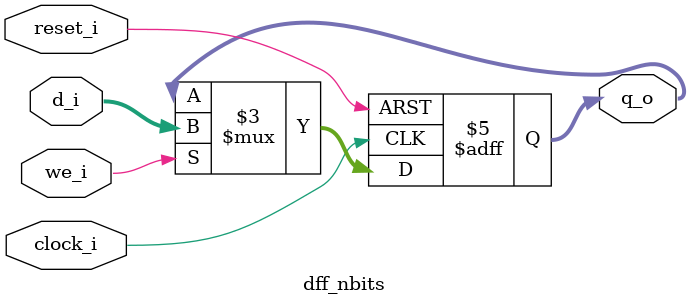
<source format=v>
module dff_nbits (
	d_i,
	clock_i,
	reset_i,
	we_i,
	q_o
);
	parameter width = 8;
	input wire [width - 1:0] d_i;
	input wire clock_i;
	input wire reset_i;
	input wire we_i;
	output reg [width - 1:0] q_o;
	always @(posedge clock_i or negedge reset_i)
		if (!reset_i)
			q_o <= 1'sb0;
		else if (we_i)
			q_o <= d_i;
endmodule

</source>
